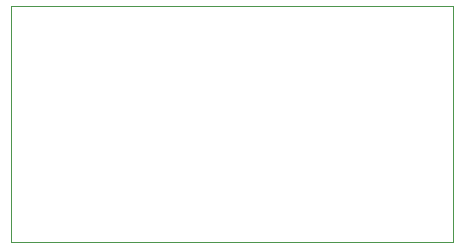
<source format=gbr>
G04 #@! TF.GenerationSoftware,KiCad,Pcbnew,(5.1.9)-1*
G04 #@! TF.CreationDate,2021-09-16T20:09:32-07:00*
G04 #@! TF.ProjectId,AtlasPD,41746c61-7350-4442-9e6b-696361645f70,rev?*
G04 #@! TF.SameCoordinates,Original*
G04 #@! TF.FileFunction,Profile,NP*
%FSLAX46Y46*%
G04 Gerber Fmt 4.6, Leading zero omitted, Abs format (unit mm)*
G04 Created by KiCad (PCBNEW (5.1.9)-1) date 2021-09-16 20:09:32*
%MOMM*%
%LPD*%
G01*
G04 APERTURE LIST*
G04 #@! TA.AperFunction,Profile*
%ADD10C,0.050000*%
G04 #@! TD*
G04 APERTURE END LIST*
D10*
X59436000Y-37084000D02*
X59436000Y-17081500D01*
X22047200Y-37084000D02*
X59436000Y-37084000D01*
X22047200Y-17081500D02*
X22047200Y-37084000D01*
X59436000Y-17081500D02*
X22047200Y-17081500D01*
M02*

</source>
